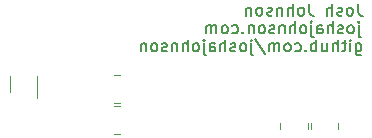
<source format=gbr>
G04 #@! TF.GenerationSoftware,KiCad,Pcbnew,(5.1.2)-1*
G04 #@! TF.CreationDate,2019-07-17T11:07:15+10:00*
G04 #@! TF.ProjectId,7seg-dip-wing,37736567-2d64-4697-902d-77696e672e6b,rev?*
G04 #@! TF.SameCoordinates,Original*
G04 #@! TF.FileFunction,Legend,Bot*
G04 #@! TF.FilePolarity,Positive*
%FSLAX46Y46*%
G04 Gerber Fmt 4.6, Leading zero omitted, Abs format (unit mm)*
G04 Created by KiCad (PCBNEW (5.1.2)-1) date 2019-07-17 11:07:15*
%MOMM*%
%LPD*%
G04 APERTURE LIST*
%ADD10C,0.120000*%
%ADD11C,0.150000*%
G04 APERTURE END LIST*
D10*
X69950000Y-60880000D02*
X70450000Y-60880000D01*
X69950000Y-58520000D02*
X70450000Y-58520000D01*
X69950000Y-58280000D02*
X70450000Y-58280000D01*
X69950000Y-55920000D02*
X70450000Y-55920000D01*
X61140000Y-57350000D02*
X61140000Y-55950000D01*
X63460000Y-55950000D02*
X63460000Y-57850000D01*
X86620000Y-59950000D02*
X86620000Y-60450000D01*
X88980000Y-59950000D02*
X88980000Y-60450000D01*
X86430000Y-59950000D02*
X86430000Y-60450000D01*
X84070000Y-59950000D02*
X84070000Y-60450000D01*
D11*
X90457352Y-53217714D02*
X90457352Y-54027238D01*
X90504971Y-54122476D01*
X90552590Y-54170095D01*
X90647828Y-54217714D01*
X90790685Y-54217714D01*
X90885923Y-54170095D01*
X90457352Y-53836761D02*
X90552590Y-53884380D01*
X90743066Y-53884380D01*
X90838304Y-53836761D01*
X90885923Y-53789142D01*
X90933542Y-53693904D01*
X90933542Y-53408190D01*
X90885923Y-53312952D01*
X90838304Y-53265333D01*
X90743066Y-53217714D01*
X90552590Y-53217714D01*
X90457352Y-53265333D01*
X89981161Y-53884380D02*
X89981161Y-53217714D01*
X89981161Y-52884380D02*
X90028780Y-52932000D01*
X89981161Y-52979619D01*
X89933542Y-52932000D01*
X89981161Y-52884380D01*
X89981161Y-52979619D01*
X89647828Y-53217714D02*
X89266876Y-53217714D01*
X89504971Y-52884380D02*
X89504971Y-53741523D01*
X89457352Y-53836761D01*
X89362114Y-53884380D01*
X89266876Y-53884380D01*
X88933542Y-53884380D02*
X88933542Y-52884380D01*
X88504971Y-53884380D02*
X88504971Y-53360571D01*
X88552590Y-53265333D01*
X88647828Y-53217714D01*
X88790685Y-53217714D01*
X88885923Y-53265333D01*
X88933542Y-53312952D01*
X87600209Y-53217714D02*
X87600209Y-53884380D01*
X88028780Y-53217714D02*
X88028780Y-53741523D01*
X87981161Y-53836761D01*
X87885923Y-53884380D01*
X87743066Y-53884380D01*
X87647828Y-53836761D01*
X87600209Y-53789142D01*
X87124019Y-53884380D02*
X87124019Y-52884380D01*
X87124019Y-53265333D02*
X87028780Y-53217714D01*
X86838304Y-53217714D01*
X86743066Y-53265333D01*
X86695447Y-53312952D01*
X86647828Y-53408190D01*
X86647828Y-53693904D01*
X86695447Y-53789142D01*
X86743066Y-53836761D01*
X86838304Y-53884380D01*
X87028780Y-53884380D01*
X87124019Y-53836761D01*
X86219257Y-53789142D02*
X86171638Y-53836761D01*
X86219257Y-53884380D01*
X86266876Y-53836761D01*
X86219257Y-53789142D01*
X86219257Y-53884380D01*
X85314495Y-53836761D02*
X85409733Y-53884380D01*
X85600209Y-53884380D01*
X85695447Y-53836761D01*
X85743066Y-53789142D01*
X85790685Y-53693904D01*
X85790685Y-53408190D01*
X85743066Y-53312952D01*
X85695447Y-53265333D01*
X85600209Y-53217714D01*
X85409733Y-53217714D01*
X85314495Y-53265333D01*
X84743066Y-53884380D02*
X84838304Y-53836761D01*
X84885923Y-53789142D01*
X84933542Y-53693904D01*
X84933542Y-53408190D01*
X84885923Y-53312952D01*
X84838304Y-53265333D01*
X84743066Y-53217714D01*
X84600209Y-53217714D01*
X84504971Y-53265333D01*
X84457352Y-53312952D01*
X84409733Y-53408190D01*
X84409733Y-53693904D01*
X84457352Y-53789142D01*
X84504971Y-53836761D01*
X84600209Y-53884380D01*
X84743066Y-53884380D01*
X83981161Y-53884380D02*
X83981161Y-53217714D01*
X83981161Y-53312952D02*
X83933542Y-53265333D01*
X83838304Y-53217714D01*
X83695447Y-53217714D01*
X83600209Y-53265333D01*
X83552590Y-53360571D01*
X83552590Y-53884380D01*
X83552590Y-53360571D02*
X83504971Y-53265333D01*
X83409733Y-53217714D01*
X83266876Y-53217714D01*
X83171638Y-53265333D01*
X83124019Y-53360571D01*
X83124019Y-53884380D01*
X81933542Y-52836761D02*
X82790685Y-54122476D01*
X81600209Y-53217714D02*
X81600209Y-54074857D01*
X81647828Y-54170095D01*
X81743066Y-54217714D01*
X81790685Y-54217714D01*
X81600209Y-52884380D02*
X81647828Y-52932000D01*
X81600209Y-52979619D01*
X81552590Y-52932000D01*
X81600209Y-52884380D01*
X81600209Y-52979619D01*
X80981161Y-53884380D02*
X81076400Y-53836761D01*
X81124019Y-53789142D01*
X81171638Y-53693904D01*
X81171638Y-53408190D01*
X81124019Y-53312952D01*
X81076400Y-53265333D01*
X80981161Y-53217714D01*
X80838304Y-53217714D01*
X80743066Y-53265333D01*
X80695447Y-53312952D01*
X80647828Y-53408190D01*
X80647828Y-53693904D01*
X80695447Y-53789142D01*
X80743066Y-53836761D01*
X80838304Y-53884380D01*
X80981161Y-53884380D01*
X80266876Y-53836761D02*
X80171638Y-53884380D01*
X79981161Y-53884380D01*
X79885923Y-53836761D01*
X79838304Y-53741523D01*
X79838304Y-53693904D01*
X79885923Y-53598666D01*
X79981161Y-53551047D01*
X80124019Y-53551047D01*
X80219257Y-53503428D01*
X80266876Y-53408190D01*
X80266876Y-53360571D01*
X80219257Y-53265333D01*
X80124019Y-53217714D01*
X79981161Y-53217714D01*
X79885923Y-53265333D01*
X79409733Y-53884380D02*
X79409733Y-52884380D01*
X78981161Y-53884380D02*
X78981161Y-53360571D01*
X79028780Y-53265333D01*
X79124019Y-53217714D01*
X79266876Y-53217714D01*
X79362114Y-53265333D01*
X79409733Y-53312952D01*
X78076400Y-53884380D02*
X78076400Y-53360571D01*
X78124019Y-53265333D01*
X78219257Y-53217714D01*
X78409733Y-53217714D01*
X78504971Y-53265333D01*
X78076400Y-53836761D02*
X78171638Y-53884380D01*
X78409733Y-53884380D01*
X78504971Y-53836761D01*
X78552590Y-53741523D01*
X78552590Y-53646285D01*
X78504971Y-53551047D01*
X78409733Y-53503428D01*
X78171638Y-53503428D01*
X78076400Y-53455809D01*
X77600209Y-53217714D02*
X77600209Y-54074857D01*
X77647828Y-54170095D01*
X77743066Y-54217714D01*
X77790685Y-54217714D01*
X77600209Y-52884380D02*
X77647828Y-52932000D01*
X77600209Y-52979619D01*
X77552590Y-52932000D01*
X77600209Y-52884380D01*
X77600209Y-52979619D01*
X76981161Y-53884380D02*
X77076400Y-53836761D01*
X77124019Y-53789142D01*
X77171638Y-53693904D01*
X77171638Y-53408190D01*
X77124019Y-53312952D01*
X77076400Y-53265333D01*
X76981161Y-53217714D01*
X76838304Y-53217714D01*
X76743066Y-53265333D01*
X76695447Y-53312952D01*
X76647828Y-53408190D01*
X76647828Y-53693904D01*
X76695447Y-53789142D01*
X76743066Y-53836761D01*
X76838304Y-53884380D01*
X76981161Y-53884380D01*
X76219257Y-53884380D02*
X76219257Y-52884380D01*
X75790685Y-53884380D02*
X75790685Y-53360571D01*
X75838304Y-53265333D01*
X75933542Y-53217714D01*
X76076400Y-53217714D01*
X76171638Y-53265333D01*
X76219257Y-53312952D01*
X75314495Y-53217714D02*
X75314495Y-53884380D01*
X75314495Y-53312952D02*
X75266876Y-53265333D01*
X75171638Y-53217714D01*
X75028780Y-53217714D01*
X74933542Y-53265333D01*
X74885923Y-53360571D01*
X74885923Y-53884380D01*
X74457352Y-53836761D02*
X74362114Y-53884380D01*
X74171638Y-53884380D01*
X74076400Y-53836761D01*
X74028780Y-53741523D01*
X74028780Y-53693904D01*
X74076400Y-53598666D01*
X74171638Y-53551047D01*
X74314495Y-53551047D01*
X74409733Y-53503428D01*
X74457352Y-53408190D01*
X74457352Y-53360571D01*
X74409733Y-53265333D01*
X74314495Y-53217714D01*
X74171638Y-53217714D01*
X74076400Y-53265333D01*
X73457352Y-53884380D02*
X73552590Y-53836761D01*
X73600209Y-53789142D01*
X73647828Y-53693904D01*
X73647828Y-53408190D01*
X73600209Y-53312952D01*
X73552590Y-53265333D01*
X73457352Y-53217714D01*
X73314495Y-53217714D01*
X73219257Y-53265333D01*
X73171638Y-53312952D01*
X73124019Y-53408190D01*
X73124019Y-53693904D01*
X73171638Y-53789142D01*
X73219257Y-53836761D01*
X73314495Y-53884380D01*
X73457352Y-53884380D01*
X72695447Y-53217714D02*
X72695447Y-53884380D01*
X72695447Y-53312952D02*
X72647828Y-53265333D01*
X72552590Y-53217714D01*
X72409733Y-53217714D01*
X72314495Y-53265333D01*
X72266876Y-53360571D01*
X72266876Y-53884380D01*
X90702380Y-51685714D02*
X90702380Y-52542857D01*
X90750000Y-52638095D01*
X90845238Y-52685714D01*
X90892857Y-52685714D01*
X90702380Y-51352380D02*
X90750000Y-51400000D01*
X90702380Y-51447619D01*
X90654761Y-51400000D01*
X90702380Y-51352380D01*
X90702380Y-51447619D01*
X90083333Y-52352380D02*
X90178571Y-52304761D01*
X90226190Y-52257142D01*
X90273809Y-52161904D01*
X90273809Y-51876190D01*
X90226190Y-51780952D01*
X90178571Y-51733333D01*
X90083333Y-51685714D01*
X89940476Y-51685714D01*
X89845238Y-51733333D01*
X89797619Y-51780952D01*
X89750000Y-51876190D01*
X89750000Y-52161904D01*
X89797619Y-52257142D01*
X89845238Y-52304761D01*
X89940476Y-52352380D01*
X90083333Y-52352380D01*
X89369047Y-52304761D02*
X89273809Y-52352380D01*
X89083333Y-52352380D01*
X88988095Y-52304761D01*
X88940476Y-52209523D01*
X88940476Y-52161904D01*
X88988095Y-52066666D01*
X89083333Y-52019047D01*
X89226190Y-52019047D01*
X89321428Y-51971428D01*
X89369047Y-51876190D01*
X89369047Y-51828571D01*
X89321428Y-51733333D01*
X89226190Y-51685714D01*
X89083333Y-51685714D01*
X88988095Y-51733333D01*
X88511904Y-52352380D02*
X88511904Y-51352380D01*
X88083333Y-52352380D02*
X88083333Y-51828571D01*
X88130952Y-51733333D01*
X88226190Y-51685714D01*
X88369047Y-51685714D01*
X88464285Y-51733333D01*
X88511904Y-51780952D01*
X87178571Y-52352380D02*
X87178571Y-51828571D01*
X87226190Y-51733333D01*
X87321428Y-51685714D01*
X87511904Y-51685714D01*
X87607142Y-51733333D01*
X87178571Y-52304761D02*
X87273809Y-52352380D01*
X87511904Y-52352380D01*
X87607142Y-52304761D01*
X87654761Y-52209523D01*
X87654761Y-52114285D01*
X87607142Y-52019047D01*
X87511904Y-51971428D01*
X87273809Y-51971428D01*
X87178571Y-51923809D01*
X86702380Y-51685714D02*
X86702380Y-52542857D01*
X86750000Y-52638095D01*
X86845238Y-52685714D01*
X86892857Y-52685714D01*
X86702380Y-51352380D02*
X86750000Y-51400000D01*
X86702380Y-51447619D01*
X86654761Y-51400000D01*
X86702380Y-51352380D01*
X86702380Y-51447619D01*
X86083333Y-52352380D02*
X86178571Y-52304761D01*
X86226190Y-52257142D01*
X86273809Y-52161904D01*
X86273809Y-51876190D01*
X86226190Y-51780952D01*
X86178571Y-51733333D01*
X86083333Y-51685714D01*
X85940476Y-51685714D01*
X85845238Y-51733333D01*
X85797619Y-51780952D01*
X85750000Y-51876190D01*
X85750000Y-52161904D01*
X85797619Y-52257142D01*
X85845238Y-52304761D01*
X85940476Y-52352380D01*
X86083333Y-52352380D01*
X85321428Y-52352380D02*
X85321428Y-51352380D01*
X84892857Y-52352380D02*
X84892857Y-51828571D01*
X84940476Y-51733333D01*
X85035714Y-51685714D01*
X85178571Y-51685714D01*
X85273809Y-51733333D01*
X85321428Y-51780952D01*
X84416666Y-51685714D02*
X84416666Y-52352380D01*
X84416666Y-51780952D02*
X84369047Y-51733333D01*
X84273809Y-51685714D01*
X84130952Y-51685714D01*
X84035714Y-51733333D01*
X83988095Y-51828571D01*
X83988095Y-52352380D01*
X83559523Y-52304761D02*
X83464285Y-52352380D01*
X83273809Y-52352380D01*
X83178571Y-52304761D01*
X83130952Y-52209523D01*
X83130952Y-52161904D01*
X83178571Y-52066666D01*
X83273809Y-52019047D01*
X83416666Y-52019047D01*
X83511904Y-51971428D01*
X83559523Y-51876190D01*
X83559523Y-51828571D01*
X83511904Y-51733333D01*
X83416666Y-51685714D01*
X83273809Y-51685714D01*
X83178571Y-51733333D01*
X82559523Y-52352380D02*
X82654761Y-52304761D01*
X82702380Y-52257142D01*
X82750000Y-52161904D01*
X82750000Y-51876190D01*
X82702380Y-51780952D01*
X82654761Y-51733333D01*
X82559523Y-51685714D01*
X82416666Y-51685714D01*
X82321428Y-51733333D01*
X82273809Y-51780952D01*
X82226190Y-51876190D01*
X82226190Y-52161904D01*
X82273809Y-52257142D01*
X82321428Y-52304761D01*
X82416666Y-52352380D01*
X82559523Y-52352380D01*
X81797619Y-51685714D02*
X81797619Y-52352380D01*
X81797619Y-51780952D02*
X81750000Y-51733333D01*
X81654761Y-51685714D01*
X81511904Y-51685714D01*
X81416666Y-51733333D01*
X81369047Y-51828571D01*
X81369047Y-52352380D01*
X80892857Y-52257142D02*
X80845238Y-52304761D01*
X80892857Y-52352380D01*
X80940476Y-52304761D01*
X80892857Y-52257142D01*
X80892857Y-52352380D01*
X79988095Y-52304761D02*
X80083333Y-52352380D01*
X80273809Y-52352380D01*
X80369047Y-52304761D01*
X80416666Y-52257142D01*
X80464285Y-52161904D01*
X80464285Y-51876190D01*
X80416666Y-51780952D01*
X80369047Y-51733333D01*
X80273809Y-51685714D01*
X80083333Y-51685714D01*
X79988095Y-51733333D01*
X79416666Y-52352380D02*
X79511904Y-52304761D01*
X79559523Y-52257142D01*
X79607142Y-52161904D01*
X79607142Y-51876190D01*
X79559523Y-51780952D01*
X79511904Y-51733333D01*
X79416666Y-51685714D01*
X79273809Y-51685714D01*
X79178571Y-51733333D01*
X79130952Y-51780952D01*
X79083333Y-51876190D01*
X79083333Y-52161904D01*
X79130952Y-52257142D01*
X79178571Y-52304761D01*
X79273809Y-52352380D01*
X79416666Y-52352380D01*
X78654761Y-52352380D02*
X78654761Y-51685714D01*
X78654761Y-51780952D02*
X78607142Y-51733333D01*
X78511904Y-51685714D01*
X78369047Y-51685714D01*
X78273809Y-51733333D01*
X78226190Y-51828571D01*
X78226190Y-52352380D01*
X78226190Y-51828571D02*
X78178571Y-51733333D01*
X78083333Y-51685714D01*
X77940476Y-51685714D01*
X77845238Y-51733333D01*
X77797619Y-51828571D01*
X77797619Y-52352380D01*
X90645238Y-49852380D02*
X90645238Y-50566666D01*
X90692857Y-50709523D01*
X90788095Y-50804761D01*
X90930952Y-50852380D01*
X91026190Y-50852380D01*
X90026190Y-50852380D02*
X90121428Y-50804761D01*
X90169047Y-50757142D01*
X90216666Y-50661904D01*
X90216666Y-50376190D01*
X90169047Y-50280952D01*
X90121428Y-50233333D01*
X90026190Y-50185714D01*
X89883333Y-50185714D01*
X89788095Y-50233333D01*
X89740476Y-50280952D01*
X89692857Y-50376190D01*
X89692857Y-50661904D01*
X89740476Y-50757142D01*
X89788095Y-50804761D01*
X89883333Y-50852380D01*
X90026190Y-50852380D01*
X89311904Y-50804761D02*
X89216666Y-50852380D01*
X89026190Y-50852380D01*
X88930952Y-50804761D01*
X88883333Y-50709523D01*
X88883333Y-50661904D01*
X88930952Y-50566666D01*
X89026190Y-50519047D01*
X89169047Y-50519047D01*
X89264285Y-50471428D01*
X89311904Y-50376190D01*
X89311904Y-50328571D01*
X89264285Y-50233333D01*
X89169047Y-50185714D01*
X89026190Y-50185714D01*
X88930952Y-50233333D01*
X88454761Y-50852380D02*
X88454761Y-49852380D01*
X88026190Y-50852380D02*
X88026190Y-50328571D01*
X88073809Y-50233333D01*
X88169047Y-50185714D01*
X88311904Y-50185714D01*
X88407142Y-50233333D01*
X88454761Y-50280952D01*
X86502380Y-49852380D02*
X86502380Y-50566666D01*
X86550000Y-50709523D01*
X86645238Y-50804761D01*
X86788095Y-50852380D01*
X86883333Y-50852380D01*
X85883333Y-50852380D02*
X85978571Y-50804761D01*
X86026190Y-50757142D01*
X86073809Y-50661904D01*
X86073809Y-50376190D01*
X86026190Y-50280952D01*
X85978571Y-50233333D01*
X85883333Y-50185714D01*
X85740476Y-50185714D01*
X85645238Y-50233333D01*
X85597619Y-50280952D01*
X85550000Y-50376190D01*
X85550000Y-50661904D01*
X85597619Y-50757142D01*
X85645238Y-50804761D01*
X85740476Y-50852380D01*
X85883333Y-50852380D01*
X85121428Y-50852380D02*
X85121428Y-49852380D01*
X84692857Y-50852380D02*
X84692857Y-50328571D01*
X84740476Y-50233333D01*
X84835714Y-50185714D01*
X84978571Y-50185714D01*
X85073809Y-50233333D01*
X85121428Y-50280952D01*
X84216666Y-50185714D02*
X84216666Y-50852380D01*
X84216666Y-50280952D02*
X84169047Y-50233333D01*
X84073809Y-50185714D01*
X83930952Y-50185714D01*
X83835714Y-50233333D01*
X83788095Y-50328571D01*
X83788095Y-50852380D01*
X83359523Y-50804761D02*
X83264285Y-50852380D01*
X83073809Y-50852380D01*
X82978571Y-50804761D01*
X82930952Y-50709523D01*
X82930952Y-50661904D01*
X82978571Y-50566666D01*
X83073809Y-50519047D01*
X83216666Y-50519047D01*
X83311904Y-50471428D01*
X83359523Y-50376190D01*
X83359523Y-50328571D01*
X83311904Y-50233333D01*
X83216666Y-50185714D01*
X83073809Y-50185714D01*
X82978571Y-50233333D01*
X82359523Y-50852380D02*
X82454761Y-50804761D01*
X82502380Y-50757142D01*
X82550000Y-50661904D01*
X82550000Y-50376190D01*
X82502380Y-50280952D01*
X82454761Y-50233333D01*
X82359523Y-50185714D01*
X82216666Y-50185714D01*
X82121428Y-50233333D01*
X82073809Y-50280952D01*
X82026190Y-50376190D01*
X82026190Y-50661904D01*
X82073809Y-50757142D01*
X82121428Y-50804761D01*
X82216666Y-50852380D01*
X82359523Y-50852380D01*
X81597619Y-50185714D02*
X81597619Y-50852380D01*
X81597619Y-50280952D02*
X81550000Y-50233333D01*
X81454761Y-50185714D01*
X81311904Y-50185714D01*
X81216666Y-50233333D01*
X81169047Y-50328571D01*
X81169047Y-50852380D01*
M02*

</source>
